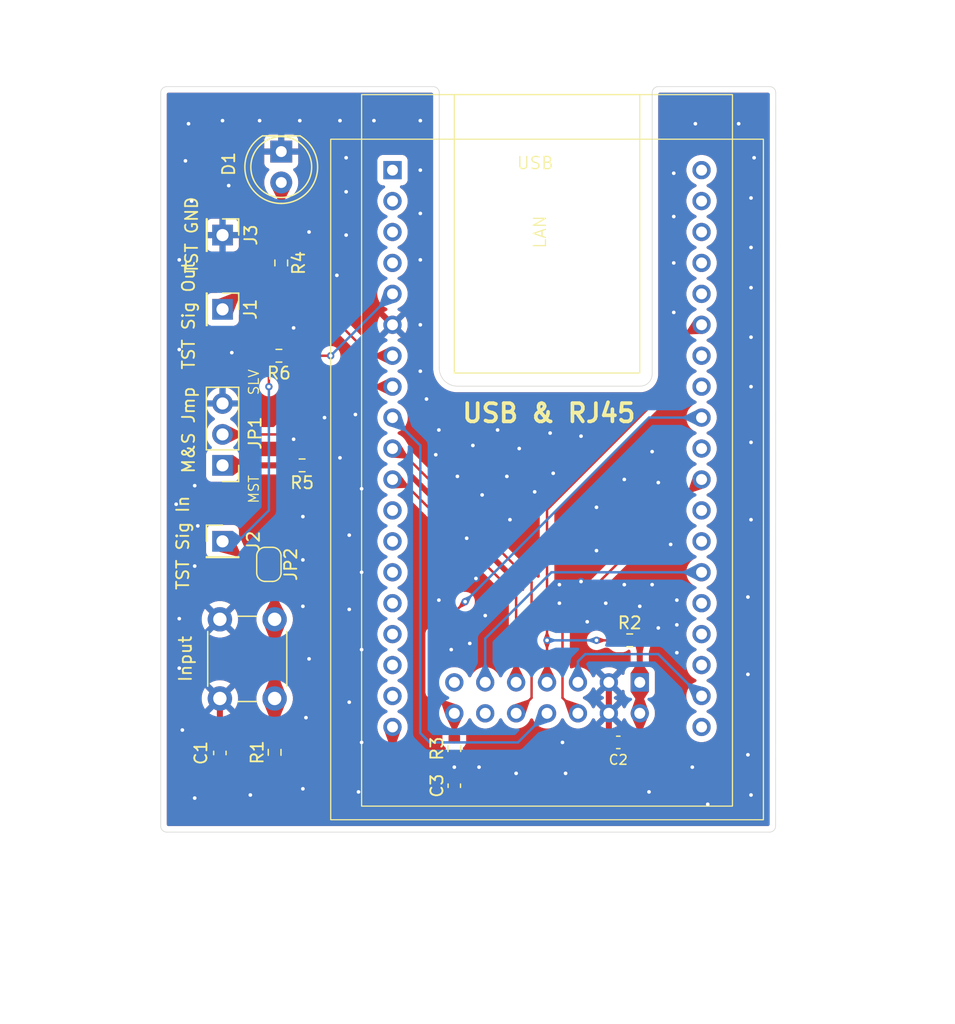
<source format=kicad_pcb>
(kicad_pcb (version 20241229) (generator "pcbnew") (generator_version "9.0")
  (title_block (title "ETH Latenzmessung mittels ESP32") (date "2025-03-11") (rev "2") (comment 1 "Felix Schmidt") (comment 2 "Latenzanalyse in der Ethernetkommunikation") (comment 3 "Praxisprojekt"))
  (layers (0 "F.Cu" signal) (4 "In1.Cu" signal) (6 "In2.Cu" signal) (2 "B.Cu" signal) (13 "F.Paste" user) (15 "B.Paste" user) (5 "F.SilkS" user "F.Silkscreen") (7 "B.SilkS" user "B.Silkscreen") (1 "F.Mask" user) (3 "B.Mask" user) (25 "Edge.Cuts" user))
  (net 0 "")
  (net 23 "TASTER")
  (net 24 "GND")
  (net 25 "+3V3")
  (net 26 "LED_TRIG")
  (net 27 "RMII_TX+")
  (net 28 "RMII_TX_EN")
  (net 29 "RMII_RETCLK")
  (net 30 "RMII_TX-")
  (net 31 "RMII_RX-")
  (net 32 "MDC")
  (net 33 "MDIO")
  (net 34 "RMII_RX+")
  (net 35 "PHY_EXT_CLK")
  (net 36 "RMII_CRS")
  (net 37 "MSTR_~{SLV}")
  (net 38 "Net-(JP1-A)")
  (net 39 "Net-(D1-A)")
  (net 41 "Net-(JP2-B)")
  (net 42 "Net-(J2-Pin_1)")
  (footprint "Resistor_SMD:R_0603_1608Metric" (layer "F.Cu") (at 61.641 113.91 180)
    (property "Reference" "R5" (at 0 -1.43 0) (layer "F.SilkS"))
    (property "Value" "4k7" (hide yes))
    (fp_line (start -0.237258 0.5225) (end 0.237258 0.5225) (stroke (width 0.12)) (layer "F.SilkS"))
    (fp_line (start -0.237258 -0.5225) (end 0.237258 -0.5225) (stroke (width 0.12)) (layer "F.SilkS"))
    (pad "1" smd roundrect (at -0.825 0 180) (size 0.8 0.95) (layers "F.Cu" "F.Mask" "F.Paste") (net 25 "+3V3"))
    (pad "2" smd roundrect (at 0.825 0 180) (size 0.8 0.95) (layers "F.Cu" "F.Mask" "F.Paste") (net 38 "Net-(JP1-A)"))
  )
  (footprint "Connector_PinHeader_2.54mm:PinHeader_1x01_P2.54mm_Vertical" (layer "F.Cu") (at 55.1 101.1 -90)
    (property "Reference" "J1" (hide yes))
    (property "Value" "TST Sig Out" (at 0.508 2.794 90) (layer "F.SilkS"))
    (fp_line (start -1.33 1.33) (end 1.33 1.33) (stroke (width 0.12)) (layer "F.SilkS"))
    (fp_line (start -1.33 1.27) (end -1.33 1.33) (stroke (width 0.12)) (layer "F.SilkS"))
    (fp_line (start -1.33 1.27) (end 1.33 1.27) (stroke (width 0.12)) (layer "F.SilkS"))
    (fp_line (start 1.33 1.27) (end 1.33 1.33) (stroke (width 0.12)) (layer "F.SilkS"))
    (fp_line (start -1.33 0) (end -1.33 -1.33) (stroke (width 0.12)) (layer "F.SilkS"))
    (fp_line (start -1.33 -1.33) (end 0 -1.33) (stroke (width 0.12)) (layer "F.SilkS"))
    (pad "1" thru_hole rect (at 0 0 270) (size 1.7 1.7) (drill 1) (layers "*.Cu" "*.Mask") (net 26 "LED_TRIG"))
  )
  (footprint "Library:LAN8720 DevBoard" (layer "F.Cu") (at 94.47 121.57 90)
    (property "Reference" "U1" (hide yes))
    (property "Value" "~")
    (fp_rect (start -20.32 -27.94) (end 38.1 2.54) (stroke (width 0.1)) (fill no) (layer "F.SilkS"))
    (fp_rect (start 15.24 -20.32) (end 38.1 -5.08) (stroke (width 0.1)) (fill no) (layer "F.SilkS"))
    (fp_text user "LAN" (at 25.4 -12.7 90) (layer "F.SilkS") (effects (font (thickness 0.1)) (justify left bottom)))
    (pad "1" thru_hole rect (at -10.16 -5.08 180) (size 1.5 1.524) (drill 0.9) (layers "*.Cu" "*.Mask") (net 25 "+3V3"))
    (pad "2" thru_hole circle (at -12.7 -5.08 180) (size 1.5 1.5) (drill 0.9) (layers "*.Cu" "*.Mask") (net 25 "+3V3"))
    (pad "3" thru_hole circle (at -10.16 -7.62 180) (size 1.5 1.5) (drill 0.9) (layers "*.Cu" "*.Mask") (net 24 "GND"))
    (pad "4" thru_hole circle (at -12.7 -7.62 180) (size 1.5 1.5) (drill 0.9) (layers "*.Cu" "*.Mask") (net 24 "GND"))
    (pad "5" thru_hole circle (at -10.16 -10.16 180) (size 1.5 1.5) (drill 0.9) (layers "*.Cu" "*.Mask") (net 33 "MDIO"))
    (pad "6" thru_hole circle (at -12.7 -10.16 180) (size 1.5 1.5) (drill 0.9) (layers "*.Cu" "*.Mask") (net 32 "MDC"))
    (pad "7" thru_hole circle (at -10.16 -12.7 180) (size 1.5 1.5) (drill 0.9) (layers "*.Cu" "*.Mask") (net 29 "RMII_RETCLK"))
    (pad "8" thru_hole circle (at -12.7 -12.7 180) (size 1.5 1.5) (drill 0.9) (layers "*.Cu" "*.Mask") (net 36 "RMII_CRS"))
    (pad "9" thru_hole circle (at -10.16 -15.24 180) (size 1.5 1.5) (drill 0.9) (layers "*.Cu" "*.Mask") (net 31 "RMII_RX-"))
    (pad "10" thru_hole circle (at -12.7 -15.24 180) (size 1.5 1.5) (drill 0.9) (layers "*.Cu" "*.Mask") (net 34 "RMII_RX+"))
    (pad "11" thru_hole circle (at -10.16 -17.78 180) (size 1.5 1.5) (drill 0.9) (layers "*.Cu" "*.Mask") (net 28 "RMII_TX_EN"))
    (pad "12" thru_hole circle (at -12.7 -17.78 180) (size 1.5 1.5) (drill 0.9) (layers "*.Cu" "*.Mask") (net 30 "RMII_TX-"))
    (pad "13" thru_hole circle (at -10.16 -20.32 180) (size 1.5 1.5) (drill 0.9) (layers "*.Cu" "*.Mask") (net 27 "RMII_TX+"))
    (pad "14" thru_hole circle (at -12.7 -20.32 180) (size 1.5 1.5) (drill 0.9) (layers "*.Cu" "*.Mask") (net 35 "PHY_EXT_CLK"))
  )
  (footprint "Capacitor_SMD:C_0603_1608Metric" (layer "F.Cu") (at 74.15 140.216 90)
    (property "Reference" "C3" (at 0 -1.43 90) (layer "F.SilkS"))
    (property "Value" "100 nF" (hide yes))
    (fp_line (start -0.14058 -0.51) (end 0.14058 -0.51) (stroke (width 0.12)) (layer "F.SilkS"))
    (fp_line (start -0.14058 0.51) (end 0.14058 0.51) (stroke (width 0.12)) (layer "F.SilkS"))
    (pad "1" smd roundrect (at -0.775 0 90) (size 0.9 0.95) (layers "F.Cu" "F.Mask" "F.Paste") (net 25 "+3V3"))
    (pad "2" smd roundrect (at 0.775 0 90) (size 0.9 0.95) (layers "F.Cu" "F.Mask" "F.Paste") (net 24 "GND"))
  )
  (footprint "Resistor_SMD:R_0603_1608Metric" (layer "F.Cu") (at 59.926 97.29 -90)
    (property "Reference" "R4" (at 0 -1.43 90) (layer "F.SilkS"))
    (property "Value" "470" (hide yes))
    (fp_line (start -0.237258 0.5225) (end 0.237258 0.5225) (stroke (width 0.12)) (layer "F.SilkS"))
    (fp_line (start -0.237258 -0.5225) (end 0.237258 -0.5225) (stroke (width 0.12)) (layer "F.SilkS"))
    (pad "1" smd roundrect (at -0.825 0 270) (size 0.8 0.95) (layers "F.Cu" "F.Mask" "F.Paste") (net 39 "Net-(D1-A)"))
    (pad "2" smd roundrect (at 0.825 0 270) (size 0.8 0.95) (layers "F.Cu" "F.Mask" "F.Paste") (net 26 "LED_TRIG"))
  )
  (footprint "Resistor_SMD:R_0603_1608Metric" (layer "F.Cu") (at 59.735 104.91 180)
    (property "Reference" "R6" (at 0 -1.43 180) (layer "F.SilkS"))
    (property "Value" "4k7")
    (fp_line (start -0.237258 0.5225) (end 0.237258 0.5225) (stroke (width 0.12)) (layer "F.SilkS"))
    (fp_line (start -0.237258 -0.5225) (end 0.237258 -0.5225) (stroke (width 0.12)) (layer "F.SilkS"))
    (pad "1" smd roundrect (at -0.825 0 180) (size 0.8 0.95) (layers "F.Cu" "F.Mask" "F.Paste") (net 23 "TASTER"))
    (pad "2" smd roundrect (at 0.825 0 180) (size 0.8 0.95) (layers "F.Cu" "F.Mask" "F.Paste") (net 42 "Net-(J2-Pin_1)"))
  )
  (footprint "Resistor_SMD:R_0603_1608Metric" (layer "F.Cu") (at 88.565 128.278)
    (property "Reference" "R2" (at 0 -1.43 0) (layer "F.SilkS"))
    (property "Value" "4k7" (hide yes))
    (fp_line (start -0.237258 -0.5225) (end 0.237258 -0.5225) (stroke (width 0.12)) (layer "F.SilkS"))
    (fp_line (start -0.237258 0.5225) (end 0.237258 0.5225) (stroke (width 0.12)) (layer "F.SilkS"))
    (pad "1" smd roundrect (at -0.825 0) (size 0.8 0.95) (layers "F.Cu" "F.Mask" "F.Paste") (net 29 "RMII_RETCLK"))
    (pad "2" smd roundrect (at 0.825 0) (size 0.8 0.95) (layers "F.Cu" "F.Mask" "F.Paste") (net 25 "+3V3"))
  )
  (footprint "Library:ESP32-WROOM" (layer "F.Cu") (at 81.77 102.37)
    (property "Reference" "U2" (hide yes))
    (property "Value" "~" (hide yes))
    (fp_rect (start -17.78 -15.24) (end 17.78 40.64) (stroke (width 0.1)) (fill no) (layer "F.SilkS"))
    (fp_text user "USB" (at -2.54 -12.7 0) (layer "F.SilkS") (effects (font (thickness 0.1)) (justify left bottom)))
    (pad "1" thru_hole rect (at -12.7 -12.7) (size 1.5 1.5) (drill 0.9) (layers "*.Cu" "*.Mask"))
    (pad "2" thru_hole circle (at -12.7 -10.16) (size 1.5 1.5) (drill 0.9) (layers "*.Cu" "*.Mask"))
    (pad "3" thru_hole circle (at -12.7 -7.62) (size 1.5 1.5) (drill 0.9) (layers "*.Cu" "*.Mask"))
    (pad "4" thru_hole circle (at -12.7 -5.08) (size 1.5 1.5) (drill 0.9) (layers "*.Cu" "*.Mask"))
    (pad "5" thru_hole circle (at -12.7 -2.54) (size 1.5 1.5) (drill 0.9) (layers "*.Cu" "*.Mask") (net 23 "TASTER"))
    (pad "6" thru_hole circle (at -12.7 0) (size 1.5 1.5) (drill 0.9) (layers "*.Cu" "*.Mask") (net 24 "GND"))
    (pad "7" thru_hole circle (at -12.7 2.54) (size 1.5 1.5) (drill 0.9) (layers "*.Cu" "*.Mask") (net 26 "LED_TRIG"))
    (pad "8" thru_hole circle (at -12.7 5.08) (size 1.5 1.5) (drill 0.9) (layers "*.Cu" "*.Mask") (net 37 "MSTR_~{SLV}"))
    (pad "9" thru_hole circle (at -12.7 7.62) (size 1.5 1.5) (drill 0.9) (layers "*.Cu" "*.Mask") (net 36 "RMII_CRS"))
    (pad "10" thru_hole circle (at -12.7 10.16) (size 1.5 1.5) (drill 0.9) (layers "*.Cu" "*.Mask") (net 34 "RMII_RX+"))
    (pad "11" thru_hole circle (at -12.7 12.7) (size 1.5 1.5) (drill 0.9) (layers "*.Cu" "*.Mask") (net 31 "RMII_RX-"))
    (pad "12" thru_hole circle (at -12.7 15.24) (size 1.5 1.5) (drill 0.9) (layers "*.Cu" "*.Mask"))
    (pad "13" thru_hole circle (at -12.7 17.78) (size 1.5 1.5) (drill 0.9) (layers "*.Cu" "*.Mask"))
    (pad "14" thru_hole circle (at -12.7 20.32) (size 1.5 1.5) (drill 0.9) (layers "*.Cu" "*.Mask"))
    (pad "15" thru_hole circle (at -12.7 22.86) (size 1.5 1.5) (drill 0.9) (layers "*.Cu" "*.Mask"))
    (pad "16" thru_hole circle (at -12.7 25.4) (size 1.5 1.5) (drill 0.9) (layers "*.Cu" "*.Mask"))
    (pad "17" thru_hole circle (at -12.7 27.94) (size 1.5 1.5) (drill 0.9) (layers "*.Cu" "*.Mask"))
    (pad "18" thru_hole circle (at -12.7 30.48) (size 1.5 1.5) (drill 0.9) (layers "*.Cu" "*.Mask"))
    (pad "19" thru_hole circle (at -12.7 33.02) (size 1.5 1.5) (drill 0.9) (layers "*.Cu" "*.Mask") (net 25 "+3V3"))
    (pad "20" thru_hole circle (at 12.7 -12.7) (size 1.5 1.5) (drill 0.9) (layers "*.Cu" "*.Mask"))
    (pad "21" thru_hole circle (at 12.7 -10.16) (size 1.5 1.5) (drill 0.9) (layers "*.Cu" "*.Mask"))
    (pad "22" thru_hole circle (at 12.7 -7.62) (size 1.5 1.5) (drill 0.9) (layers "*.Cu" "*.Mask"))
    (pad "23" thru_hole circle (at 12.7 -5.08) (size 1.5 1.5) (drill 0.9) (layers "*.Cu" "*.Mask"))
    (pad "24" thru_hole circle (at 12.7 -2.54) (size 1.5 1.5) (drill 0.9) (layers "*.Cu" "*.Mask"))
    (pad "25" thru_hole circle (at 12.7 0) (size 1.5 1.5) (drill 0.9) (layers "*.Cu" "*.Mask") (net 29 "RMII_RETCLK"))
    (pad "26" thru_hole circle (at 12.7 2.54) (size 1.5 1.5) (drill 0.9) (layers "*.Cu" "*.Mask"))
    (pad "27" thru_hole circle (at 12.7 5.08) (size 1.5 1.5) (drill 0.9) (layers "*.Cu" "*.Mask"))
    (pad "28" thru_hole circle (at 12.7 7.62) (size 1.5 1.5) (drill 0.9) (layers "*.Cu" "*.Mask") (net 35 "PHY_EXT_CLK"))
    (pad "29" thru_hole circle (at 12.7 10.16) (size 1.5 1.5) (drill 0.9) (layers "*.Cu" "*.Mask"))
    (pad "30" thru_hole circle (at 12.7 12.7) (size 1.5 1.5) (drill 0.9) (layers "*.Cu" "*.Mask") (net 32 "MDC"))
    (pad "31" thru_hole circle (at 12.7 15.24) (size 1.5 1.5) (drill 0.9) (layers "*.Cu" "*.Mask") (net 30 "RMII_TX-"))
    (pad "32" thru_hole circle (at 12.7 17.78) (size 1.5 1.5) (drill 0.9) (layers "*.Cu" "*.Mask"))
    (pad "33" thru_hole circle (at 12.7 20.32) (size 1.5 1.5) (drill 0.9) (layers "*.Cu" "*.Mask") (net 28 "RMII_TX_EN"))
    (pad "34" thru_hole circle (at 12.7 22.86) (size 1.5 1.5) (drill 0.9) (layers "*.Cu" "*.Mask"))
    (pad "35" thru_hole circle (at 12.7 25.4) (size 1.5 1.5) (drill 0.9) (layers "*.Cu" "*.Mask"))
    (pad "36" thru_hole circle (at 12.7 27.94) (size 1.5 1.5) (drill 0.9) (layers "*.Cu" "*.Mask") (net 27 "RMII_TX+"))
    (pad "37" thru_hole circle (at 12.7 30.48) (size 1.5 1.5) (drill 0.9) (layers "*.Cu" "*.Mask") (net 33 "MDIO"))
    (pad "38" thru_hole circle (at 12.7 33.02) (size 1.5 1.5) (drill 0.9) (layers "*.Cu" "*.Mask"))
  )
  (footprint "Capacitor_SMD:C_0603_1608Metric" (layer "F.Cu") (at 87.625 136.66 180)
    (property "Reference" "C2" (at 0 -1.43 0) (layer "F.SilkS") (effects (font (size 0.8001 0.8001) (thickness 0.125))))
    (property "Value" "100 nF" (hide yes))
    (fp_line (start -0.14058 0.51) (end 0.14058 0.51) (stroke (width 0.12)) (layer "F.SilkS"))
    (fp_line (start -0.14058 -0.51) (end 0.14058 -0.51) (stroke (width 0.12)) (layer "F.SilkS"))
    (pad "1" smd roundrect (at -0.775 0 180) (size 0.9 0.95) (layers "F.Cu" "F.Mask" "F.Paste") (net 25 "+3V3"))
    (pad "2" smd roundrect (at 0.775 0 180) (size 0.9 0.95) (layers "F.Cu" "F.Mask" "F.Paste") (net 24 "GND"))
  )
  (footprint "Resistor_SMD:R_0603_1608Metric" (layer "F.Cu") (at 59.382 137.477 90)
    (property "Reference" "R1" (at 0 -1.43 90) (layer "F.SilkS"))
    (property "Value" "4k7" (hide yes))
    (fp_line (start -0.237258 -0.5225) (end 0.237258 -0.5225) (stroke (width 0.12)) (layer "F.SilkS"))
    (fp_line (start -0.237258 0.5225) (end 0.237258 0.5225) (stroke (width 0.12)) (layer "F.SilkS"))
    (pad "1" smd roundrect (at -0.825 0 90) (size 0.8 0.95) (layers "F.Cu" "F.Mask" "F.Paste") (net 25 "+3V3"))
    (pad "2" smd roundrect (at 0.825 0 90) (size 0.8 0.95) (layers "F.Cu" "F.Mask" "F.Paste") (net 41 "Net-(JP2-B)"))
  )
  (footprint "Connector_PinHeader_2.54mm:PinHeader_1x03_P2.54mm_Vertical" (layer "F.Cu") (at 55.1 113.91 180)
    (property "Reference" "JP1" (at -2.675 2.65 90) (layer "F.SilkS"))
    (property "Value" "M&S Jmp" (at 2.794 2.904 90) (layer "F.SilkS"))
    (fp_line (start 1.33 1.27) (end 1.33 6.41) (stroke (width 0.12)) (layer "F.SilkS"))
    (fp_line (start -1.33 6.41) (end 1.33 6.41) (stroke (width 0.12)) (layer "F.SilkS"))
    (fp_line (start -1.33 1.27) (end 1.33 1.27) (stroke (width 0.12)) (layer "F.SilkS"))
    (fp_line (start -1.33 1.27) (end -1.33 6.41) (stroke (width 0.12)) (layer "F.SilkS"))
    (fp_line (start -1.33 0) (end -1.33 -1.33) (stroke (width 0.12)) (layer "F.SilkS"))
    (fp_line (start -1.33 -1.33) (end 0 -1.33) (stroke (width 0.12)) (layer "F.SilkS"))
    (pad "1" thru_hole rect (at 0 0 180) (size 1.7 1.7) (drill 1) (layers "*.Cu" "*.Mask") (net 38 "Net-(JP1-A)"))
    (pad "2" thru_hole oval (at 0 2.54 180) (size 1.7 1.7) (drill 1) (layers "*.Cu" "*.Mask") (net 37 "MSTR_~{SLV}"))
    (pad "3" thru_hole oval (at 0 5.08 180) (size 1.7 1.7) (drill 1) (layers "*.Cu" "*.Mask") (net 24 "GND"))
  )
  (footprint "Capacitor_SMD:C_0603_1608Metric" (layer "F.Cu") (at 54.882 137.527 -90)
    (property "Reference" "C1" (at 0 1.56 90) (layer "F.SilkS"))
    (property "Value" "100 nF" (hide yes))
    (fp_line (start -0.14058 0.51) (end 0.14058 0.51) (stroke (width 0.12)) (layer "F.SilkS"))
    (fp_line (start -0.14058 -0.51) (end 0.14058 -0.51) (stroke (width 0.12)) (layer "F.SilkS"))
    (pad "1" smd roundrect (at -0.775 0 270) (size 0.9 0.95) (layers "F.Cu" "F.Mask" "F.Paste") (net 24 "GND"))
    (pad "2" smd roundrect (at 0.775 0 270) (size 0.9 0.95) (layers "F.Cu" "F.Mask" "F.Paste") (net 41 "Net-(JP2-B)"))
  )
  (footprint "Connector_PinHeader_2.54mm:PinHeader_1x01_P2.54mm_Vertical" (layer "F.Cu") (at 55.1 95.004 -90)
    (property "Reference" "J3" (at 0 -2.33 90) (layer "F.SilkS"))
    (property "Value" "TST GND" (at 0 2.54 90) (layer "F.SilkS"))
    (fp_line (start -1.33 1.33) (end 1.33 1.33) (stroke (width 0.12)) (layer "F.SilkS"))
    (fp_line (start -1.33 1.27) (end -1.33 1.33) (stroke (width 0.12)) (layer "F.SilkS"))
    (fp_line (start -1.33 1.27) (end 1.33 1.27) (stroke (width 0.12)) (layer "F.SilkS"))
    (fp_line (start 1.33 1.27) (end 1.33 1.33) (stroke (width 0.12)) (layer "F.SilkS"))
    (fp_line (start -1.33 0) (end -1.33 -1.33) (stroke (width 0.12)) (layer "F.SilkS"))
    (fp_line (start -1.33 -1.33) (end 0 -1.33) (stroke (width 0.12)) (layer "F.SilkS"))
    (pad "1" thru_hole rect (at 0 0 270) (size 1.7 1.7) (drill 1) (layers "*.Cu" "*.Mask") (net 24 "GND"))
  )
  (footprint "Connector_PinHeader_2.54mm:PinHeader_1x01_P2.54mm_Vertical" (layer "F.Cu") (at 55.1 120.15)
    (property "Reference" "J2" (at 2.54 0 90) (layer "F.SilkS"))
    (property "Value" "TST Sig In" (at -3.266 0.122 90) (layer "F.SilkS"))
    (fp_line (start -1.33 -1.33) (end 0 -1.33) (stroke (width 0.12)) (layer "F.SilkS"))
    (fp_line (start -1.33 0) (end -1.33 -1.33) (stroke (width 0.12)) (layer "F.SilkS"))
    (fp_line (start -1.33 1.27) (end -1.33 1.33) (stroke (width 0.12)) (layer "F.SilkS"))
    (fp_line (start -1.33 1.27) (end 1.33 1.27) (stroke (width 0.12)) (layer "F.SilkS"))
    (fp_line (start -1.33 1.33) (end 1.33 1.33) (stroke (width 0.12)) (layer "F.SilkS"))
    (fp_line (start 1.33 1.27) (end 1.33 1.33) (stroke (width 0.12)) (layer "F.SilkS"))
    (pad "1" thru_hole rect (at 0 0) (size 1.7 1.7) (drill 1) (layers "*.Cu" "*.Mask") (net 42 "Net-(J2-Pin_1)"))
  )
  (footprint "Button_Switch_THT:SW_PUSH_6mm" (layer "F.Cu") (at 54.882 133.052 90)
    (property "Reference" "SW1" (hide yes))
    (property "Value" "Input" (at 3.25 -2.83 90) (layer "F.SilkS"))
    (fp_line (start 5.5 -1) (end 1 -1) (stroke (width 0.12)) (layer "F.SilkS"))
    (fp_line (start -0.25 1.5) (end -0.25 3) (stroke (width 0.12)) (layer "F.SilkS"))
    (fp_line (start 6.75 3) (end 6.75 1.5) (stroke (width 0.12)) (layer "F.SilkS"))
    (fp_line (start 1 5.5) (end 5.5 5.5) (stroke (width 0.12)) (layer "F.SilkS"))
    (pad "1" thru_hole circle (at 0 0 180) (size 2 2) (drill 1.1) (layers "*.Cu" "*.Mask") (net 24 "GND"))
    (pad "1" thru_hole circle (at 6.5 0 180) (size 2 2) (drill 1.1) (layers "*.Cu" "*.Mask") (net 24 "GND"))
    (pad "2" thru_hole circle (at 0 4.5 180) (size 2 2) (drill 1.1) (layers "*.Cu" "*.Mask") (net 41 "Net-(JP2-B)"))
    (pad "2" thru_hole circle (at 6.5 4.5 180) (size 2 2) (drill 1.1) (layers "*.Cu" "*.Mask") (net 41 "Net-(JP2-B)"))
  )
  (footprint "Jumper:SolderJumper-2_P1.3mm_Open_RoundedPad1.0x1.5mm" (layer "F.Cu") (at 58.91 122.04 -90)
    (property "Reference" "JP2" (at 0 -1.8 90) (layer "F.SilkS"))
    (property "Value" "Switch" (hide yes))
    (fp_line (start 0.7 1) (end -0.7 1) (stroke (width 0.12)) (layer "F.SilkS"))
    (fp_line (start -1.4 0.3) (end -1.4 -0.3) (stroke (width 0.12)) (layer "F.SilkS"))
    (fp_line (start 1.4 -0.3) (end 1.4 0.3) (stroke (width 0.12)) (layer "F.SilkS"))
    (fp_line (start -0.7 -1) (end 0.7 -1) (stroke (width 0.12)) (layer "F.SilkS"))
    (fp_arc (start -0.7 1) (mid -1.194975 0.794975) (end -1.4 0.3) (stroke (width 0.12)) (layer "F.SilkS"))
    (fp_arc (start 1.4 0.3) (mid 1.194975 0.794975) (end 0.7 1) (stroke (width 0.12)) (layer "F.SilkS"))
    (fp_arc (start -1.4 -0.3) (mid -1.194975 -0.794975) (end -0.7 -1) (stroke (width 0.12)) (layer "F.SilkS"))
    (fp_arc (start 0.7 -1) (mid 1.194975 -0.794975) (end 1.4 -0.3) (stroke (width 0.12)) (layer "F.SilkS"))
    (pad "1" smd custom (at -0.65 0 270) (size 1 0.5) (layers "F.Cu" "F.Mask") (net 42 "Net-(J2-Pin_1)") (options (clearance outline) (anchor rect)) (primitives (gr_circle (center 0 0.25) (end 0.5 0.25) (width 0) (fill yes)) (gr_circle (center 0 -0.25) (end 0.5 -0.25) (width 0) (fill yes)) (gr_poly (pts (xy 0.5 0.75) (xy 0 0.75) (xy 0 -0.75) (xy 0.5 -0.75)) (width 0) (fill yes))))
    (pad "2" smd custom (at 0.65 0 270) (size 1 0.5) (layers "F.Cu" "F.Mask") (net 41 "Net-(JP2-B)") (options (clearance outline) (anchor rect)) (primitives (gr_circle (center 0 0.25) (end 0.5 0.25) (width 0) (fill yes)) (gr_circle (center 0 -0.25) (end 0.5 -0.25) (width 0) (fill yes)) (gr_poly (pts (xy 0 0.75) (xy -0.5 0.75) (xy -0.5 -0.75) (xy 0 -0.75)) (width 0) (fill yes))))
  )
  (footprint "LED_THT:LED_D5.0mm" (layer "F.Cu") (at 59.926 88.146 -90)
    (property "Reference" "D1" (at 1.016 4.318 90) (layer "F.SilkS"))
    (property "Value" "LED" (hide yes))
    (fp_line (start -1.29 -1.545) (end -1.29 1.545) (stroke (width 0.12)) (layer "F.SilkS"))
    (fp_arc (start 4.26 -0.000462) (mid 2.072002 2.880433) (end -1.29 1.54483) (stroke (width 0.12)) (layer "F.SilkS"))
    (fp_arc (start -1.29 -1.54483) (mid 2.072002 -2.880433) (end 4.26 0.000462) (stroke (width 0.12)) (layer "F.SilkS"))
    (fp_circle (center 1.27 0) (end 3.77 0) (stroke (width 0.12)) (fill no) (layer "F.SilkS"))
    (pad "1" thru_hole rect (at 0 0 270) (size 1.8 1.8) (drill 0.9) (layers "*.Cu" "*.Mask") (net 24 "GND"))
    (pad "2" thru_hole circle (at 2.54 0 270) (size 1.8 1.8) (drill 0.9) (layers "*.Cu" "*.Mask") (net 39 "Net-(D1-A)"))
  )
  (footprint "Resistor_SMD:R_0603_1608Metric" (layer "F.Cu") (at 74.15 137.168 90)
    (property "Reference" "R3" (at 0 -1.43 90) (layer "F.SilkS"))
    (property "Value" "4k7" (hide yes))
    (fp_line (start -0.237258 -0.5225) (end 0.237258 -0.5225) (stroke (width 0.12)) (layer "F.SilkS"))
    (fp_line (start -0.237258 0.5225) (end 0.237258 0.5225) (stroke (width 0.12)) (layer "F.SilkS"))
    (pad "1" smd roundrect (at -0.825 0 90) (size 0.8 0.95) (layers "F.Cu" "F.Mask" "F.Paste") (net 24 "GND"))
    (pad "2" smd roundrect (at 0.825 0 90) (size 0.8 0.95) (layers "F.Cu" "F.Mask" "F.Paste") (net 35 "PHY_EXT_CLK"))
  )
  (gr_line (start 100.558 143.526) (end 100.566 83.312) (stroke (width 0.05)) (layer "Edge.Cuts"))
  (gr_line (start 50.02 83.312) (end 50.02 143.526) (stroke (width 0.05)) (layer "Edge.Cuts"))
  (gr_line (start 72.91 105.91) (end 72.91 83.312) (stroke (width 0.05)) (layer "Edge.Cuts"))
  (gr_arc (start 72.41 82.812) (mid 72.763553 82.958447) (end 72.91 83.312) (stroke (width 0.05)) (layer "Edge.Cuts"))
  (gr_arc (start 50.02 83.312) (mid 50.166447 82.958447) (end 50.52 82.812) (stroke (width 0.05)) (layer "Edge.Cuts"))
  (gr_arc (start 90.41 83.312) (mid 90.556447 82.958447) (end 90.91 82.812) (stroke (width 0.05)) (layer "Edge.Cuts"))
  (gr_arc (start 100.558 143.526) (mid 100.411553 143.879553) (end 100.058 144.026) (stroke (width 0.05)) (layer "Edge.Cuts"))
  (gr_line (start 89.41 107.41) (end 74.41 107.41) (stroke (width 0.05)) (layer "Edge.Cuts"))
  (gr_arc (start 50.52 144.026) (mid 50.166447 143.879553) (end 50.02 143.526) (stroke (width 0.05)) (layer "Edge.Cuts"))
  (gr_arc (start 100.066 82.812) (mid 100.419553 82.958447) (end 100.566 83.312) (stroke (width 0.05)) (layer "Edge.Cuts"))
  (gr_line (start 90.41 83.312) (end 90.41 106.41) (stroke (width 0.05)) (layer "Edge.Cuts"))
  (gr_arc (start 90.41 106.41) (mid 90.117107 107.117107) (end 89.41 107.41) (stroke (width 0.05)) (layer "Edge.Cuts"))
  (gr_line (start 50.528 144.026) (end 100.058 144.026) (stroke (width 0.05)) (layer "Edge.Cuts"))
  (gr_arc (start 74.41 107.41) (mid 73.34934 106.97066) (end 72.91 105.91) (stroke (width 0.05)) (layer "Edge.Cuts"))
  (gr_line (start 100.066 82.812) (end 90.91 82.812) (stroke (width 0.05)) (layer "Edge.Cuts"))
  (gr_line (start 72.41 82.812) (end 50.52 82.812) (stroke (width 0.05)) (layer "Edge.Cuts"))
  (gr_text "MST" (at 58.148 117.102 90) (layer "F.SilkS") (effects (font (size 0.8128 0.8128) (thickness 0.1)) (justify left bottom)))
  (gr_text "USB & RJ45" (at 74.658 110.498 0) (layer "F.SilkS") (effects (font (size 1.5 1.5) (thickness 0.3) (bold yes)) (justify left bottom)))
  (gr_text "J1\n" (at 57.386 101.1 90) (layer "F.SilkS") (effects (font (size 1 1))))
  (gr_text "SLV" (at 58.148 108.212 90) (layer "F.SilkS") (effects (font (size 0.8128 0.8128) (thickness 0.1)) (justify left bottom)))
  (segment (start 60.56 104.91) (end 63.99 104.91) (width 0.2) (layer "F.Cu") (net 23))
  (via (at 63.99 104.91) (size 0.6) (drill 0.3) (layers "F.Cu" "B.Cu") (net 23))
  (segment (start 63.99 104.91) (end 69.07 99.83) (width 0.2) (layer "B.Cu") (net 23))
  (segment (start 86.85 136.41) (end 86.85 136.154) (width 0.2) (layer "F.Cu") (net 24))
  (segment (start 86.6 136.66) (end 86.85 136.41) (width 0.2) (layer "F.Cu") (net 24))
  (segment (start 86.85 134.27) (end 86.85 131.73) (width 0.5) (layer "F.Cu") (net 24))
  (segment (start 86.85 136.66) (end 86.85 134.27) (width 0.5) (layer "F.Cu") (net 24))
  (segment (start 54.882 136.752) (end 54.882 133.052) (width 0.5) (layer "F.Cu") (net 24))
  (via (at 82.024 111.26) (size 0.6) (drill 0.3) (layers "F.Cu" "B.Cu") (net 24))
  (via (at 66.53 136.66) (size 0.6) (drill 0.3) (layers "F.Cu" "B.Cu") (net 24))
  (via (at 98.534 107.45) (size 0.6) (drill 0.3) (layers "F.Cu" "B.Cu") (net 24))
  (via (at 52.306 85.86) (size 0.6) (drill 0.3) (layers "F.Cu" "B.Cu") (net 24))
  (via (at 71.356 97.036) (size 0.6) (drill 0.3) (layers "F.Cu" "B.Cu") (net 24))
  (via (at 88.12 123.706) (size 0.6) (drill 0.3) (layers "F.Cu" "B.Cu") (net 24))
  (via (at 61.704 140.47) (size 0.6) (drill 0.3) (layers "F.Cu" "B.Cu") (net 24))
  (via (at 72.88 124.976) (size 0.6) (drill 0.3) (layers "F.Cu" "B.Cu") (net 24))
  (via (at 83.04 136.66) (size 0.6) (drill 0.3) (layers "F.Cu" "B.Cu") (net 24))
  (via (at 66.022 109.736) (size 0.6) (drill 0.3) (layers "F.Cu" "B.Cu") (net 24))
  (via (at 92.184 93.48) (size 0.6) (drill 0.3) (layers "F.Cu" "B.Cu") (net 24))
  (via (at 51.544 130.564) (size 0.6) (drill 0.3) (layers "F.Cu" "B.Cu") (net 24))
  (via (at 91.93 120.404) (size 0.6) (drill 0.3) (layers "F.Cu" "B.Cu") (net 24))
  (via (at 51.798 135.644) (size 0.6) (drill 0.3) (layers "F.Cu" "B.Cu") (net 24))
  (via (at 92.438 127.008) (size 0.6) (drill 0.3) (layers "F.Cu" "B.Cu") (net 24))
  (via (at 93.962 85.86) (size 0.6) (drill 0.3) (layers "F.Cu" "B.Cu") (net 24))
  (via (at 98.534 99.322) (size 0.6) (drill 0.3) (layers "F.Cu" "B.Cu") (net 24))
  (via (at 67.546 85.606) (size 0.6) (drill 0.3) (layers "F.Cu" "B.Cu") (net 24))
  (via (at 52.814 122.182) (size 0.6) (drill 0.3) (layers "F.Cu" "B.Cu") (net 24))
  (via (at 60.942 111.768) (size 0.6) (drill 0.3) (layers "F.Cu" "B.Cu") (net 24))
  (via (at 66.53 115.832) (size 0.6) (drill 0.3) (layers "F.Cu" "B.Cu") (net 24))
  (via (at 51.29 117.102) (size 0.6) (drill 0.3) (layers "F.Cu" "B.Cu") (net 24))
  (via (at 75.928 123.198) (size 0.6) (drill 0.3) (layers "F.Cu" "B.Cu") (net 24))
  (via (at 75.42 128.532) (size 0.6) (drill 0.3) (layers "F.Cu" "B.Cu") (net 24))
  (via (at 84.564 123.452) (size 0.6) (drill 0.3) (layers "F.Cu" "B.Cu") (net 24))
  (via (at 97.518 85.86) (size 0.6) (drill 0.3) (layers "F.Cu" "B.Cu") (net 24))
  (via (at 92.184 89.924) (size 0.6) (drill 0.3) (layers "F.Cu" "B.Cu") (net 24))
  (via (at 61.704 118.118) (size 0.6) (drill 0.3) (layers "F.Cu" "B.Cu") (net 24))
  (via (at 76.69 126.246) (size 0.6) (drill 0.3) (layers "F.Cu" "B.Cu") (net 24))
  (via (at 98.28 131.072) (size 0.6) (drill 0.3) (layers "F.Cu" "B.Cu") (net 24))
  (via (at 72.626 113.038) (size 0.6) (drill 0.3) (layers "F.Cu" "B.Cu") (net 24))
  (via (at 65.26 95.004) (size 0.6) (drill 0.3) (layers "F.Cu" "B.Cu") (net 24))
  (via (at 51.544 104.402) (size 0.6) (drill 0.3) (layers "F.Cu" "B.Cu") (net 24))
  (via (at 71.356 102.37) (size 0.6) (drill 0.3) (layers "F.Cu" "B.Cu") (net 24))
  (via (at 60.942 102.624) (size 0.6) (drill 0.3) (layers "F.Cu" "B.Cu") (net 24))
  (via (at 85.834 120.912) (size 0.6) (drill 0.3) (layers "F.Cu" "B.Cu") (net 24))
  (via (at 88.12 115.07) (size 0.6) (drill 0.3) (layers "F.Cu" "B.Cu") (net 24))
  (via (at 90.406 123.706) (size 0.6) (drill 0.3) (layers "F.Cu" "B.Cu") (net 24))
  (via (at 89.39 125.484) (size 0.6) (drill 0.3) (layers "F.Cu" "B.Cu") (net 24))
  (via (at 66.53 122.69) (size 0.6) (drill 0.3) (layers "F.Cu" "B.Cu") (net 24))
  (via (at 61.45 85.606) (size 0.6) (drill 0.3) (layers "F.Cu" "B.Cu") (net 24))
  (via (at 52.56 92.21) (size 0.6) (drill 0.3) (layers "F.Cu" "B.Cu") (net 24))
  (via (at 80.754 116.086) (size 0.6) (drill 0.3) (layers "F.Cu" "B.Cu") (net 24))
  (via (at 90.152 140.724) (size 0.6) (drill 0.3) (layers "F.Cu" "B.Cu") (net 24))
  (via (at 65.514 119.642) (size 0.6) (drill 0.3) (layers "F.Cu" "B.Cu") (net 24))
  (via (at 94.978 141.74) (size 0.6) (drill 0.3) (layers "F.Cu" "B.Cu") (net 24))
  (via (at 98.788 88.654) (size 0.6) (drill 0.3) (layers "F.Cu" "B.Cu") (net 24))
  (via (at 78.722 118.372) (size 0.6) (drill 0.3) (layers "F.Cu" "B.Cu") (net 24))
  (via (at 78.468 114.816) (size 0.6) (drill 0.3) (layers "F.Cu" "B.Cu") (net 24))
  (via (at 98.534 118.372) (size 0.6) (drill 0.3) (layers "F.Cu" "B.Cu") (net 24))
  (via (at 92.438 129.294) (size 0.6) (drill 0.3) (layers "F.Cu" "B.Cu") (net 24))
  (via (at 93.708 138.692) (size 0.6) (drill 0.3) (layers "F.Cu" "B.Cu") (net 24))
  (via (at 61.704 121.674) (size 0.6) (drill 0.3) (layers "F.Cu" "B.Cu") (net 24))
  (via (at 62.212 94.75) (size 0.6) (drill 0.3) (layers "F.Cu" "B.Cu") (net 24))
  (via (at 83.294 139.2) (size 0.6) (drill 0.3) (layers "F.Cu" "B.Cu") (net 24))
  (via (at 52.814 115.578) (size 0.6) (drill 0.3) (layers "F.Cu" "B.Cu") (net 24))
  (via (at 77.706 111.006) (size 0.6) (drill 0.3) (layers "F.Cu" "B.Cu") (net 24))
  (via (at 55.862 104.656) (size 0.6) (drill 0.3) (layers "F.Cu" "B.Cu") (net 24))
  (via (at 74.15 138.692) (size 0.6) (drill 0.3) (layers "F.Cu" "B.Cu") (net 24))
  (via (at 86.596 125.23) (size 0.6) (drill 0.3) (layers "F.Cu" "B.Cu") (net 24))
  (via (at 65.514 125.738) (size 0.6) (drill 0.3) (layers "F.Cu" "B.Cu") (net 24))
  (via (at 79.484 112.53) (size 0.6) (drill 0.3) (layers "F.Cu" "B.Cu") (net 24))
  (via (at 53.068 118.88) (size 0.6) (drill 0.3) (layers "F.Cu" "B.Cu") (net 24))
  (via (at 98.534 103.386) (size 0.6) (drill 0.3) (layers "F.Cu" "B.Cu") (net 24))
  (via (at 57.386 140.978) (size 0.6) (drill 0.3) (layers "F.Cu" "B.Cu") (net 24))
  (via (at 82.278 114.562) (size 0.6) (drill 0.3) (layers "F.Cu" "B.Cu") (net 24))
  (via (at 98.534 140.978) (size 0.6) (drill 0.3) (layers "F.Cu" "B.Cu") (net 24))
  (via (at 72.88 111.006) (size 0.6) (drill 0.3) (layers "F.Cu" "B.Cu") (net 24))
  (via (at 61.704 125.484) (size 0.6) (drill 0.3) (layers "F.Cu" "B.Cu") (net 24))
  (via (at 55.1 85.606) (size 0.6) (drill 0.3) (layers "F.Cu" "B.Cu") (net 24))
  (via (at 71.356 106.18) (size 0.6) (drill 0.3) (layers "F.Cu" "B.Cu") (net 24))
  (via (at 76.436 116.34) (size 0.6) (drill 0.3) (layers "F.Cu" "B.Cu") (net 24))
  (via (at 98.28 137.676) (size 0.6) (drill 0.3) (layers "F.Cu" "B.Cu") (net 24))
  (via (at 92.438 124.976) (size 0.6) (drill 0.3) (layers "F.Cu" "B.Cu") (net 24))
  (via (at 64.498 98.306) (size 0.6) (drill 0.3) (layers "F.Cu" "B.Cu") (net 24))
  (via (at 74.404 114.816) (size 0.6) (drill 0.3) (layers "F.Cu" "B.Cu") (net 24))
  (via (at 82.786 123.706) (size 0.6) (drill 0.3) (layers "F.Cu" "B.Cu") (net 24))
  (via (at 71.356 89.67) (size 0.6) (drill 0.3) (layers "F.Cu" "B.Cu") (net 24))
  (via (at 51.544 97.036) (size 0.6) (drill 0.3) (layers "F.Cu" "B.Cu") (net 24))
  (via (at 65.514 133.358) (size 0.6) (drill 0.3) (layers "F.Cu" "B.Cu") (net 24))
  (via (at 65.26 91.448) (size 0.6) (drill 0.3) (layers "F.Cu" "B.Cu") (net 24))
  (via (at 84.564 111.514) (size 0.6) (drill 0.3) (layers "F.Cu" "B.Cu") (net 24))
  (via (at 90.406 112.784) (size 0.6) (drill 0.3) (layers "F.Cu" "B.Cu") (net 24))
  (via (at 98.534 96.02) (size 0.6) (drill 0.3) (layers "F.Cu" "B.Cu") (net 24))
  (via (at 58.148 85.606) (size 0.6) (drill 0.3) (layers "F.Cu" "B.Cu") (net 24))
  (via (at 71.356 85.606) (size 0.6) (drill 0.3) (layers "F.Cu" "B.Cu") (net 24))
  (via (at 75.166 119.896) (size 0.6) (drill 0.3) (layers "F.Cu" "B.Cu") (net 24))
  (via (at 52.814 141.232) (size 0.6) (drill 0.3) (layers "F.Cu" "B.Cu") (net 24))
  (via (at 71.864 108.466) (size 0.6) (drill 0.3) (layers "F.Cu" "B.Cu") (net 24))
  (via (at 82.786 125.23) (size 0.6) (drill 0.3) (layers "F.Cu" "B.Cu") (net 24))
  (via (at 62.212 129.802) (size 0.6) (drill 0.3) (layers "F.Cu" "B.Cu") (net 24))
  (via (at 90.914 127.262) (size 0.6) (drill 0.3) (layers "F.Cu" "B.Cu") (net 24))
  (via (at 92.184 97.29) (size 0.6) (drill 0.3) (layers "F.Cu" "B.Cu") (net 24))
  (via (at 75.674 112.276) (size 0.6) (drill 0.3) (layers "F.Cu" "B.Cu") (net 24))
  (via (at 92.184 101.354) (size 0.6) (drill 0.3) (layers "F.Cu" "B.Cu") (net 24))
  (via (at 66.53 129.04) (size 0.6) (drill 0.3) (layers "F.Cu" "B.Cu") (net 24))
  (via (at 85.834 117.356) (size 0.6) (drill 0.3) (layers "F.Cu" "B.Cu") (net 24))
  (via (at 65.26 88.654) (size 0.6) (drill 0.3) (layers "F.Cu" "B.Cu") (net 24))
  (via (at 55.608 90.94) (size 0.6) (drill 0.3) (layers "F.Cu" "B.Cu") (net 24))
  (via (at 71.356 93.226) (size 0.6) (drill 0.3) (layers "F.Cu" "B.Cu") (net 24))
  (via (at 66.276 140.724) (size 0.6) (drill 0.3) (layers "F.Cu" "B.Cu") (net 24))
  (via (at 98.534 112.022) (size 0.6) (drill 0.3) (layers "F.Cu" "B.Cu") (net 24))
  (via (at 98.534 91.956) (size 0.6) (drill 0.3) (layers "F.Cu" "B.Cu") (net 24))
  (via (at 79.23 139.2) (size 0.6) (drill 0.3) (layers "F.Cu" "B.Cu") (net 24))
  (via (at 98.28 124.722) (size 0.6) (drill 0.3) (layers "F.Cu" "B.Cu") (net 24))
  (via (at 76.182 138.692) (size 0.6) (drill 0.3) (layers "F.Cu" "B.Cu") (net 24))
  (via (at 51.544 126.5) (size 0.6) (drill 0.3) (layers "F.Cu" "B.Cu") (net 24))
  (via (at 73.896 129.04) (size 0.6) (drill 0.3) (layers "F.Cu" "B.Cu") (net 24))
  (via (at 85.072 126.754) (size 0.6) (drill 0.3) (layers "F.Cu" "B.Cu") (net 24))
  (via (at 64.752 113.292) (size 0.6) (drill 0.3) (layers "F.Cu" "B.Cu") (net 24))
  (via (at 52.052 88.908) (size 0.6) (drill 0.3) (layers "F.Cu" "B.Cu") (net 24))
  (via (at 63.482 109.99) (size 0.6) (drill 0.3) (layers "F.Cu" "B.Cu") (net 24))
  (via (at 61.958 134.628) (size 0.6) (drill 0.3) (layers "F.Cu" "B.Cu") (net 24))
  (via (at 64.752 85.606) (size 0.6) (drill 0.3) (layers "F.Cu" "B.Cu") (net 24))
  (via (at 90.914 115.324) (size 0.6) (drill 0.3) (layers "F.Cu" "B.Cu") (net 24))
  (segment (start 69.07 135.39) (end 69.07 138.184) (width 0.5) (layer "F.Cu") (net 25))
  (segment (start 69.07 138.692) (end 69.07 138.184) (width 0.5) (layer "F.Cu") (net 25))
  (segment (start 88.4 139.174) (end 86.596 140.978) (width 0.5) (layer "F.Cu") (net 25))
  (segment (start 86.596 140.978) (end 71.356 140.978) (width 0.5) (layer "F.Cu") (net 25))
  (segment (start 71.356 140.978) (end 69.07 138.692) (width 0.5) (layer "F.Cu") (net 25))
  (segment (start 89.39 135.67) (end 89.39 134.27) (width 0.5) (layer "F.Cu") (net 25))
  (segment (start 68.952 138.302) (end 59.382 138.302) (width 0.5) (layer "F.Cu") (net 25))
  (segment (start 69.07 138.184) (end 68.952 138.302) (width 0.2) (layer "F.Cu") (net 25))
  (segment (start 64.244 115.688) (end 62.466 113.91) (width 0.5) (layer "F.Cu") (net 25))
  (segment (start 89.39 131.73) (end 89.39 128.278) (width 0.5) (layer "F.Cu") (net 25))
  (segment (start 89.39 134.27) (end 89.39 131.73) (width 0.5) (layer "F.Cu") (net 25))
  (segment (start 89.39 135.67) (end 88.4 136.66) (width 0.5) (layer "F.Cu") (net 25))
  (segment (start 88.4 136.66) (end 88.4 139.174) (width 0.5) (layer "F.Cu") (net 25))
  (segment (start 64.244 138.302) (end 64.244 115.688) (width 0.5) (layer "F.Cu") (net 25))
  (segment (start 67.292 104.91) (end 69.07 104.91) (width 0.2) (layer "F.Cu") (net 26))
  (segment (start 59.926 98.115) (end 58.085 98.115) (width 0.2) (layer "F.Cu") (net 26))
  (segment (start 60.497 98.115) (end 67.292 104.91) (width 0.2) (layer "F.Cu") (net 26))
  (segment (start 58.085 98.115) (end 55.1 101.1) (width 0.2) (layer "F.Cu") (net 26))
  (segment (start 59.926 98.115) (end 60.497 98.115) (width 0.2) (layer "F.Cu") (net 26))
  (segment (start 76.69 131.73) (end 76.69 128.13) (width 0.2) (layer "B.Cu") (net 28))
  (segment (start 82.13 122.69) (end 94.47 122.69) (width 0.2) (layer "B.Cu") (net 28))
  (segment (start 76.69 128.13) (end 77.41 127.41) (width 0.2) (layer "B.Cu") (net 28))
  (segment (start 77.41 127.41) (end 82.13 122.69) (width 0.2) (layer "B.Cu") (net 28))
  (segment (start 91.93 107.39) (end 91.93 104.39) (width 0.2) (layer "F.Cu") (net 29))
  (segment (start 91.93 104.39) (end 93.95 102.37) (width 0.2) (layer "F.Cu") (net 29))
  (segment (start 93.95 102.37) (end 93.82 102.37) (width 0.2) (layer "F.Cu") (net 29))
  (segment (start 81.77 128.278) (end 81.77 117.55) (width 0.2) (layer "F.Cu") (net 29))
  (segment (start 81.77 131.73) (end 81.77 128.278) (width 0.2) (layer "F.Cu") (net 29))
  (segment (start 87.74 128.278) (end 85.834 128.278) (width 0.2) (layer "F.Cu") (net 29))
  (segment (start 81.77 117.55) (end 91.93 107.39) (width 0.2) (layer "F.Cu") (net 29))
  (via (at 81.77 128.278) (size 0.6) (drill 0.3) (layers "F.Cu" "B.Cu") (net 29))
  (via (at 85.834 128.278) (size 0.6) (drill 0.3) (layers "F.Cu" "B.Cu") (net 29))
  (segment (start 85.834 128.278) (end 81.77 128.278) (width 0.2) (layer "B.Cu") (net 29))
  (segment (start 79.23 124.58) (end 75.562 120.912) (width 0.2) (layer "F.Cu") (net 31))
  (segment (start 73.642 123.452) (end 73.896 123.706) (width 0.2) (layer "F.Cu") (net 31))
  (segment (start 74.404 123.706) (end 74.658 123.452) (width 0.2) (layer "F.Cu") (net 31))
  (segment (start 75.562 120.912) (end 75.237 120.912) (width 0.2) (layer "F.Cu") (net 31))
  (segment (start 74.658 121.491) (end 74.658 123.452) (width 0.2) (layer "F.Cu") (net 31))
  (segment (start 73.642 123.452) (end 73.642 120.15) (width 0.2) (layer "F.Cu") (net 31))
  (segment (start 73.967 119.825) (end 73.967 119.317) (width 0.2) (layer "F.Cu") (net 31))
  (segment (start 75.237 120.912) (end 74.658 121.491) (width 0.2) (layer "F.Cu") (net 31))
  (segment (start 73.642 120.15) (end 73.967 119.825) (width 0.2) (layer "F.Cu") (net 31))
  (segment (start 74.404 123.706) (end 73.896 123.706) (width 0.2) (layer "F.Cu") (net 31))
  (segment (start 69.72 115.07) (end 69.07 115.07) (width 0.2) (layer "F.Cu") (net 31))
  (segment (start 79.23 131.73) (end 79.23 124.58) (width 0.2) (layer "F.Cu") (net 31))
  (segment (start 73.967 119.317) (end 69.72 115.07) (width 0.2) (layer "F.Cu") (net 31))
  (segment (start 83.04 133) (end 83.04 126.5) (width 0.2) (layer "F.Cu") (net 32))
  (segment (start 83.04 126.5) (end 94.47 115.07) (width 0.2) (layer "F.Cu") (net 32))
  (segment (start 84.31 134.27) (end 83.04 133) (width 0.2) (layer "F.Cu") (net 32))
  (segment (start 94.47 132.85) (end 94.35 132.85) (width 0.2) (layer "F.Cu") (net 33))
  (segment (start 84.31 130.01) (end 84.31 131.73) (width 0.2) (layer "B.Cu") (net 33))
  (segment (start 84.91 129.41) (end 84.31 130.01) (width 0.2) (layer "B.Cu") (net 33))
  (segment (start 90.91 129.41) (end 84.91 129.41) (width 0.2) (layer "B.Cu") (net 33))
  (segment (start 94.35 132.85) (end 90.91 129.41) (width 0.2) (layer "B.Cu") (net 33))
  (segment (start 76.69 119.134) (end 76.69 119.69) (width 0.2) (layer "F.Cu") (net 34))
  (segment (start 76.69 119.69) (end 80.5 123.5) (width 0.2) (layer "F.Cu") (net 34))
  (segment (start 80.5 123.5) (end 80.5 133) (width 0.2) (layer "F.Cu") (net 34))
  (segment (start 76.182 118.626) (end 76.69 119.134) (width 0.2) (layer "F.Cu") (net 34))
  (segment (start 69.53 112.53) (end 75.166 118.166) (width 0.2) (layer "F.Cu") (net 34))
  (segment (start 75.166 118.372) (end 75.42 118.626) (width 0.2) (layer "F.Cu") (net 34))
  (segment (start 75.166 118.166) (end 75.166 118.372) (width 0.2) (layer "F.Cu") (net 34))
  (segment (start 80.5 133) (end 79.23 134.27) (width 0.2) (layer "F.Cu") (net 34))
  (segment (start 75.42 118.626) (end 76.182 118.626) (width 0.2) (layer "F.Cu") (net 34))
  (segment (start 69.72 112.53) (end 69.53 112.53) (width 0.2) (layer "F.Cu") (net 34))
  (segment (start 74.15 134.27) (end 72.372 132.492) (width 0.2) (layer "F.Cu") (net 35))
  (segment (start 72.372 127.77) (end 75.039 125.103) (width 0.2) (layer "F.Cu") (net 35))
  (segment (start 72.372 132.492) (end 72.372 127.77) (width 0.2) (layer "F.Cu") (net 35))
  (segment (start 74.15 136.66) (end 74.15 134.27) (width 0.2) (layer "F.Cu") (net 35))
  (via (at 75.039 125.103) (size 0.6) (drill 0.3) (layers "F.Cu" "B.Cu") (net 35))
  (segment (start 90.152 109.99) (end 94.47 109.99) (width 0.2) (layer "B.Cu") (net 35))
  (segment (start 75.039 125.103) (end 90.152 109.99) (width 0.2) (layer "B.Cu") (net 35))
  (segment (start 71.356 135.898) (end 71.356 112.276) (width 0.2) (layer "B.Cu") (net 36))
  (segment (start 72.118 136.66) (end 71.356 135.898) (width 0.2) (layer "B.Cu") (net 36))
  (segment (start 81.77 134.27) (end 79.38 136.66) (width 0.2) (layer "B.Cu") (net 36))
  (segment (start 79.38 136.66) (end 72.118 136.66) (width 0.2) (layer "B.Cu") (net 36))
  (segment (start 71.356 112.276) (end 69.07 109.99) (width 0.2) (layer "B.Cu") (net 36))
  (segment (start 63.482 107.45) (end 69.07 107.45) (width 0.2) (layer "F.Cu") (net 37))
  (segment (start 59.562 111.37) (end 63.482 107.45) (width 0.2) (layer "F.Cu") (net 37))
  (segment (start 55.219 111.37) (end 59.562 111.37) (width 0.2) (layer "F.Cu") (net 37))
  (segment (start 60.816 113.91) (end 55.219 113.91) (width 0.5) (layer "F.Cu") (net 38))
  (segment (start 59.926 90.686) (end 59.926 96.465) (width 0.2) (layer "F.Cu") (net 39))
  (segment (start 59.382 123.162) (end 58.91 122.69) (width 0.2) (layer "F.Cu") (net 41))
  (segment (start 57.648 136.652) (end 59.382 136.652) (width 0.2) (layer "F.Cu") (net 41))
  (segment (start 57.386 136.66) (end 57.64 136.66) (width 0.2) (layer "F.Cu") (net 41))
  (segment (start 57.64 136.66) (end 57.648 136.652) (width 0.2) (layer "F.Cu") (net 41))
  (segment (start 59.382 126.552) (end 59.382 125.702) (width 0.2) (layer "F.Cu") (net 41))
  (segment (start 54.882 138.302) (end 55.744 138.302) (width 0.2) (layer "F.Cu") (net 41))
  (segment (start 59.382 136.652) (end 59.382 133.052) (width 0.5) (layer "F.Cu") (net 41))
  (segment (start 59.382 126.552) (end 59.382 123.162) (width 0.2) (layer "F.Cu") (net 41))
  (segment (start 55.744 138.302) (end 57.386 136.66) (width 0.2) (layer "F.Cu") (net 41))
  (segment (start 59.382 133.052) (end 59.382 126.552) (width 0.5) (layer "F.Cu") (net 41))
  (segment (start 56.34 121.39) (end 55.1 120.15) (width 0.2) (layer "F.Cu") (net 42))
  (segment (start 58.91 107.45) (end 58.91 104.91) (width 0.2) (layer "F.Cu") (net 42))
  (segment (start 58.91 121.39) (end 56.34 121.39) (width 0.2) (layer "F.Cu") (net 42))
  (via (at 58.91 107.45) (size 0.6) (drill 0.3) (layers "F.Cu" "B.Cu") (net 42))
  (segment (start 55.1 120.15) (end 56.37 120.15) (width 0.2) (layer "B.Cu") (net 42))
  (segment (start 58.91 117.61) (end 58.91 107.45) (width 0.2) (layer "B.Cu") (net 42))
  (segment (start 56.37 120.15) (end 58.91 117.61) (width 0.2) (layer "B.Cu") (net 42))
  (zone (net 24) (net_name "GND") (layer "F.Cu") (priority 2) (connect_pads (clearance 0.5)) (min_thickness 0.25) (fill yes (thermal_gap 0.5) (thermal_bridge_width 0.5))
    (polygon (pts (xy 40.368 79.256) (xy 113.774 77.478) (xy 112.504 155.71) (xy 41.13 153.932) (xy 40.622 79.256)))
  )
  (zone (net 24) (net_name "GND") (layer "B.Cu") (priority 3) (connect_pads (clearance 0.5)) (min_thickness 0.25) (fill yes (thermal_gap 0.5) (thermal_bridge_width 0.5))
    (polygon (pts (xy 38.336 77.986) (xy 115.298 76.462) (xy 115.298 159.774) (xy 36.812 159.012)))
  )
)
</source>
